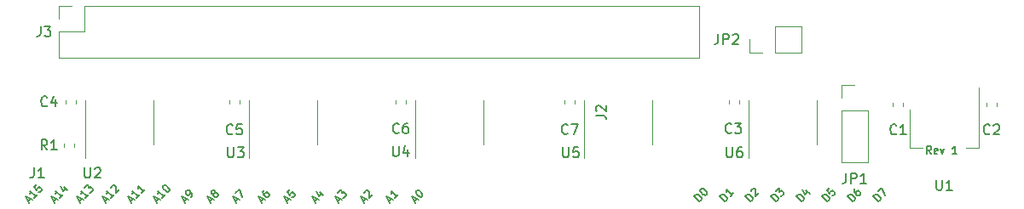
<source format=gto>
G04 #@! TF.GenerationSoftware,KiCad,Pcbnew,5.1.7*
G04 #@! TF.CreationDate,2020-10-22T00:39:11+01:00*
G04 #@! TF.ProjectId,rc2014-icecore,72633230-3134-42d6-9963-65636f72652e,1*
G04 #@! TF.SameCoordinates,Original*
G04 #@! TF.FileFunction,Legend,Top*
G04 #@! TF.FilePolarity,Positive*
%FSLAX46Y46*%
G04 Gerber Fmt 4.6, Leading zero omitted, Abs format (unit mm)*
G04 Created by KiCad (PCBNEW 5.1.7) date 2020-10-22 00:39:11*
%MOMM*%
%LPD*%
G01*
G04 APERTURE LIST*
%ADD10C,0.190500*%
%ADD11C,0.120000*%
%ADD12C,0.150000*%
%ADD13C,0.200000*%
G04 APERTURE END LIST*
D10*
X150857857Y-157062714D02*
X150603857Y-156699857D01*
X150422428Y-157062714D02*
X150422428Y-156300714D01*
X150712714Y-156300714D01*
X150785285Y-156337000D01*
X150821571Y-156373285D01*
X150857857Y-156445857D01*
X150857857Y-156554714D01*
X150821571Y-156627285D01*
X150785285Y-156663571D01*
X150712714Y-156699857D01*
X150422428Y-156699857D01*
X151474714Y-157026428D02*
X151402142Y-157062714D01*
X151257000Y-157062714D01*
X151184428Y-157026428D01*
X151148142Y-156953857D01*
X151148142Y-156663571D01*
X151184428Y-156591000D01*
X151257000Y-156554714D01*
X151402142Y-156554714D01*
X151474714Y-156591000D01*
X151511000Y-156663571D01*
X151511000Y-156736142D01*
X151148142Y-156808714D01*
X151765000Y-156554714D02*
X151946428Y-157062714D01*
X152127857Y-156554714D01*
X153397857Y-157062714D02*
X152962428Y-157062714D01*
X153180142Y-157062714D02*
X153180142Y-156300714D01*
X153107571Y-156409571D01*
X153035000Y-156482142D01*
X152962428Y-156518428D01*
X145642052Y-161804446D02*
X145103237Y-161265631D01*
X145231526Y-161137342D01*
X145334158Y-161086026D01*
X145436789Y-161086026D01*
X145513763Y-161111684D01*
X145642052Y-161188657D01*
X145719026Y-161265631D01*
X145796000Y-161393920D01*
X145821657Y-161470894D01*
X145821657Y-161573525D01*
X145770342Y-161676157D01*
X145642052Y-161804446D01*
X145590737Y-160778131D02*
X145949947Y-160418921D01*
X146257841Y-161188657D01*
X143102052Y-161804446D02*
X142563237Y-161265631D01*
X142691526Y-161137342D01*
X142794158Y-161086026D01*
X142896789Y-161086026D01*
X142973763Y-161111684D01*
X143102052Y-161188657D01*
X143179026Y-161265631D01*
X143256000Y-161393920D01*
X143281657Y-161470894D01*
X143281657Y-161573525D01*
X143230342Y-161676157D01*
X143102052Y-161804446D01*
X143332973Y-160495895D02*
X143230342Y-160598526D01*
X143204684Y-160675500D01*
X143204684Y-160726816D01*
X143230342Y-160855105D01*
X143307315Y-160983394D01*
X143512578Y-161188657D01*
X143589552Y-161214315D01*
X143640868Y-161214315D01*
X143717841Y-161188657D01*
X143820473Y-161086026D01*
X143846131Y-161009052D01*
X143846131Y-160957737D01*
X143820473Y-160880763D01*
X143692183Y-160752474D01*
X143615210Y-160726816D01*
X143563894Y-160726816D01*
X143486920Y-160752474D01*
X143384289Y-160855105D01*
X143358631Y-160932079D01*
X143358631Y-160983394D01*
X143384289Y-161060368D01*
X140562052Y-161804446D02*
X140023237Y-161265631D01*
X140151526Y-161137342D01*
X140254158Y-161086026D01*
X140356789Y-161086026D01*
X140433763Y-161111684D01*
X140562052Y-161188657D01*
X140639026Y-161265631D01*
X140716000Y-161393920D01*
X140741657Y-161470894D01*
X140741657Y-161573525D01*
X140690342Y-161676157D01*
X140562052Y-161804446D01*
X140818631Y-160470237D02*
X140562052Y-160726816D01*
X140792973Y-161009052D01*
X140792973Y-160957737D01*
X140818631Y-160880763D01*
X140946920Y-160752474D01*
X141023894Y-160726816D01*
X141075210Y-160726816D01*
X141152183Y-160752474D01*
X141280473Y-160880763D01*
X141306131Y-160957737D01*
X141306131Y-161009052D01*
X141280473Y-161086026D01*
X141152183Y-161214315D01*
X141075210Y-161239973D01*
X141023894Y-161239973D01*
X138022052Y-161804446D02*
X137483237Y-161265631D01*
X137611526Y-161137342D01*
X137714158Y-161086026D01*
X137816789Y-161086026D01*
X137893763Y-161111684D01*
X138022052Y-161188657D01*
X138099026Y-161265631D01*
X138176000Y-161393920D01*
X138201657Y-161470894D01*
X138201657Y-161573525D01*
X138150342Y-161676157D01*
X138022052Y-161804446D01*
X138432578Y-160675500D02*
X138791788Y-161034710D01*
X138099026Y-160598526D02*
X138355605Y-161111684D01*
X138689157Y-160778131D01*
X135482052Y-161804446D02*
X134943237Y-161265631D01*
X135071526Y-161137342D01*
X135174158Y-161086026D01*
X135276789Y-161086026D01*
X135353763Y-161111684D01*
X135482052Y-161188657D01*
X135559026Y-161265631D01*
X135636000Y-161393920D01*
X135661657Y-161470894D01*
X135661657Y-161573525D01*
X135610342Y-161676157D01*
X135482052Y-161804446D01*
X135430737Y-160778131D02*
X135764289Y-160444579D01*
X135789947Y-160829447D01*
X135866920Y-160752474D01*
X135943894Y-160726816D01*
X135995210Y-160726816D01*
X136072183Y-160752474D01*
X136200473Y-160880763D01*
X136226131Y-160957737D01*
X136226131Y-161009052D01*
X136200473Y-161086026D01*
X136046525Y-161239973D01*
X135969552Y-161265631D01*
X135918236Y-161265631D01*
X132942052Y-161804446D02*
X132403237Y-161265631D01*
X132531526Y-161137342D01*
X132634158Y-161086026D01*
X132736789Y-161086026D01*
X132813763Y-161111684D01*
X132942052Y-161188657D01*
X133019026Y-161265631D01*
X133095999Y-161393920D01*
X133121657Y-161470894D01*
X133121657Y-161573525D01*
X133070342Y-161676157D01*
X132942052Y-161804446D01*
X132967710Y-160803789D02*
X132967710Y-160752474D01*
X132993368Y-160675500D01*
X133121657Y-160547211D01*
X133198631Y-160521553D01*
X133249947Y-160521553D01*
X133326920Y-160547211D01*
X133378236Y-160598526D01*
X133429552Y-160701158D01*
X133429552Y-161316947D01*
X133763104Y-160983394D01*
X130402052Y-161804446D02*
X129863237Y-161265631D01*
X129991526Y-161137342D01*
X130094158Y-161086026D01*
X130196789Y-161086026D01*
X130273763Y-161111684D01*
X130402052Y-161188657D01*
X130479026Y-161265631D01*
X130555999Y-161393920D01*
X130581657Y-161470894D01*
X130581657Y-161573525D01*
X130530342Y-161676157D01*
X130402052Y-161804446D01*
X131223104Y-160983394D02*
X130915210Y-161291289D01*
X131069157Y-161137342D02*
X130530342Y-160598526D01*
X130556000Y-160726816D01*
X130556000Y-160829447D01*
X130530342Y-160906421D01*
X127862052Y-161804446D02*
X127323237Y-161265631D01*
X127451526Y-161137342D01*
X127554158Y-161086026D01*
X127656789Y-161086026D01*
X127733763Y-161111684D01*
X127862052Y-161188657D01*
X127939026Y-161265631D01*
X128015999Y-161393920D01*
X128041657Y-161470894D01*
X128041657Y-161573525D01*
X127990342Y-161676157D01*
X127862052Y-161804446D01*
X127964684Y-160624184D02*
X128016000Y-160572868D01*
X128092973Y-160547211D01*
X128144289Y-160547211D01*
X128221262Y-160572868D01*
X128349552Y-160649842D01*
X128477841Y-160778131D01*
X128554815Y-160906421D01*
X128580473Y-160983394D01*
X128580473Y-161034710D01*
X128554815Y-161111684D01*
X128503499Y-161163000D01*
X128426525Y-161188657D01*
X128375210Y-161188657D01*
X128298236Y-161163000D01*
X128169947Y-161086026D01*
X128041657Y-160957737D01*
X127964684Y-160829447D01*
X127939026Y-160752474D01*
X127939026Y-160701158D01*
X127964684Y-160624184D01*
X99526934Y-161767249D02*
X99783513Y-161510670D01*
X99629565Y-161972512D02*
X99270355Y-161254092D01*
X99988776Y-161613302D01*
X99732197Y-160792250D02*
X99783513Y-160740934D01*
X99860486Y-160715276D01*
X99911802Y-160715276D01*
X99988776Y-160740934D01*
X100117065Y-160817908D01*
X100245354Y-160946197D01*
X100322328Y-161074487D01*
X100347986Y-161151460D01*
X100347986Y-161202776D01*
X100322328Y-161279750D01*
X100271012Y-161331065D01*
X100194039Y-161356723D01*
X100142723Y-161356723D01*
X100065749Y-161331065D01*
X99937460Y-161254092D01*
X99809171Y-161125802D01*
X99732197Y-160997513D01*
X99706539Y-160920539D01*
X99706539Y-160869224D01*
X99732197Y-160792250D01*
X96986934Y-161767249D02*
X97243513Y-161510670D01*
X97089565Y-161972512D02*
X96730355Y-161254092D01*
X97448776Y-161613302D01*
X97910617Y-161151460D02*
X97602723Y-161459355D01*
X97756670Y-161305407D02*
X97217855Y-160766592D01*
X97243513Y-160894881D01*
X97243513Y-160997513D01*
X97217855Y-161074487D01*
X94446934Y-161767249D02*
X94703513Y-161510670D01*
X94549565Y-161972512D02*
X94190355Y-161254092D01*
X94908776Y-161613302D01*
X94575223Y-160971855D02*
X94575223Y-160920539D01*
X94600881Y-160843566D01*
X94729171Y-160715276D01*
X94806144Y-160689618D01*
X94857460Y-160689618D01*
X94934434Y-160715276D01*
X94985749Y-160766592D01*
X95037065Y-160869224D01*
X95037065Y-161485013D01*
X95370617Y-161151460D01*
X91906934Y-161767249D02*
X92163513Y-161510670D01*
X92009565Y-161972512D02*
X91650355Y-161254092D01*
X92368776Y-161613302D01*
X91958250Y-160946197D02*
X92291802Y-160612645D01*
X92317460Y-160997513D01*
X92394434Y-160920539D01*
X92471407Y-160894881D01*
X92522723Y-160894881D01*
X92599697Y-160920539D01*
X92727986Y-161048829D01*
X92753644Y-161125802D01*
X92753644Y-161177118D01*
X92727986Y-161254092D01*
X92574039Y-161408039D01*
X92497065Y-161433697D01*
X92445749Y-161433697D01*
X89620934Y-161767249D02*
X89877513Y-161510670D01*
X89723565Y-161972512D02*
X89364355Y-161254092D01*
X90082776Y-161613302D01*
X90134091Y-160843566D02*
X90493302Y-161202776D01*
X89800539Y-160766592D02*
X90057118Y-161279750D01*
X90390670Y-160946197D01*
X86826934Y-161767249D02*
X87083513Y-161510670D01*
X86929565Y-161972512D02*
X86570355Y-161254092D01*
X87288776Y-161613302D01*
X87186144Y-160638303D02*
X86929565Y-160894881D01*
X87160486Y-161177118D01*
X87160486Y-161125802D01*
X87186144Y-161048829D01*
X87314434Y-160920539D01*
X87391407Y-160894881D01*
X87442723Y-160894881D01*
X87519697Y-160920539D01*
X87647986Y-161048829D01*
X87673644Y-161125802D01*
X87673644Y-161177118D01*
X87647986Y-161254092D01*
X87519697Y-161382381D01*
X87442723Y-161408039D01*
X87391407Y-161408039D01*
X84286934Y-161767249D02*
X84543513Y-161510670D01*
X84389565Y-161972512D02*
X84030355Y-161254092D01*
X84748776Y-161613302D01*
X84620486Y-160663961D02*
X84517855Y-160766592D01*
X84492197Y-160843566D01*
X84492197Y-160894881D01*
X84517855Y-161023171D01*
X84594828Y-161151460D01*
X84800091Y-161356723D01*
X84877065Y-161382381D01*
X84928381Y-161382381D01*
X85005354Y-161356723D01*
X85107986Y-161254092D01*
X85133644Y-161177118D01*
X85133644Y-161125802D01*
X85107986Y-161048829D01*
X84979697Y-160920539D01*
X84902723Y-160894881D01*
X84851407Y-160894881D01*
X84774434Y-160920539D01*
X84671802Y-161023171D01*
X84646144Y-161100144D01*
X84646144Y-161151460D01*
X84671802Y-161228434D01*
X81746934Y-161767249D02*
X82003513Y-161510670D01*
X81849565Y-161972512D02*
X81490355Y-161254092D01*
X82208776Y-161613302D01*
X81798250Y-160946197D02*
X82157460Y-160586987D01*
X82465354Y-161356723D01*
X79206934Y-161767249D02*
X79463513Y-161510670D01*
X79309565Y-161972512D02*
X78950355Y-161254092D01*
X79668776Y-161613302D01*
X79617460Y-161048829D02*
X79540486Y-161074487D01*
X79489171Y-161074487D01*
X79412197Y-161048829D01*
X79386539Y-161023171D01*
X79360881Y-160946197D01*
X79360881Y-160894881D01*
X79386539Y-160817908D01*
X79489171Y-160715276D01*
X79566144Y-160689618D01*
X79617460Y-160689618D01*
X79694434Y-160715276D01*
X79720091Y-160740934D01*
X79745749Y-160817908D01*
X79745749Y-160869224D01*
X79720091Y-160946197D01*
X79617460Y-161048829D01*
X79591802Y-161125802D01*
X79591802Y-161177118D01*
X79617460Y-161254092D01*
X79720091Y-161356723D01*
X79797065Y-161382381D01*
X79848381Y-161382381D01*
X79925354Y-161356723D01*
X80027986Y-161254092D01*
X80053644Y-161177118D01*
X80053644Y-161125802D01*
X80027986Y-161048829D01*
X79925354Y-160946197D01*
X79848381Y-160920539D01*
X79797065Y-160920539D01*
X79720091Y-160946197D01*
X76666934Y-161767249D02*
X76923513Y-161510670D01*
X76769565Y-161972512D02*
X76410355Y-161254092D01*
X77128776Y-161613302D01*
X77334039Y-161408039D02*
X77436670Y-161305407D01*
X77462328Y-161228434D01*
X77462328Y-161177118D01*
X77436670Y-161048829D01*
X77359697Y-160920539D01*
X77154434Y-160715276D01*
X77077460Y-160689618D01*
X77026144Y-160689618D01*
X76949171Y-160715276D01*
X76846539Y-160817908D01*
X76820881Y-160894881D01*
X76820881Y-160946197D01*
X76846539Y-161023171D01*
X76974828Y-161151460D01*
X77051802Y-161177118D01*
X77103118Y-161177118D01*
X77180091Y-161151460D01*
X77282723Y-161048829D01*
X77308381Y-160971855D01*
X77308381Y-160920539D01*
X77282723Y-160843566D01*
X73870355Y-161767249D02*
X74126934Y-161510670D01*
X73972987Y-161972512D02*
X73613776Y-161254091D01*
X74332197Y-161613302D01*
X74794039Y-161151460D02*
X74486144Y-161459354D01*
X74640091Y-161305407D02*
X74101276Y-160766592D01*
X74126934Y-160894881D01*
X74126934Y-160997513D01*
X74101276Y-161074486D01*
X74588776Y-160279092D02*
X74640091Y-160227776D01*
X74717065Y-160202119D01*
X74768381Y-160202119D01*
X74845354Y-160227776D01*
X74973644Y-160304750D01*
X75101933Y-160433039D01*
X75178907Y-160561329D01*
X75204565Y-160638302D01*
X75204565Y-160689618D01*
X75178907Y-160766592D01*
X75127591Y-160817908D01*
X75050617Y-160843565D01*
X74999302Y-160843565D01*
X74922328Y-160817908D01*
X74794039Y-160740934D01*
X74665749Y-160612645D01*
X74588776Y-160484355D01*
X74563118Y-160407382D01*
X74563118Y-160356066D01*
X74588776Y-160279092D01*
X71330355Y-161767249D02*
X71586934Y-161510670D01*
X71432987Y-161972512D02*
X71073776Y-161254091D01*
X71792197Y-161613302D01*
X72254039Y-161151460D02*
X71946144Y-161459354D01*
X72100091Y-161305407D02*
X71561276Y-160766592D01*
X71586934Y-160894881D01*
X71586934Y-160997513D01*
X71561276Y-161074486D01*
X72767196Y-160638302D02*
X72459302Y-160946197D01*
X72613249Y-160792250D02*
X72074434Y-160253434D01*
X72100091Y-160381724D01*
X72100091Y-160484355D01*
X72074434Y-160561329D01*
X68790355Y-161767249D02*
X69046934Y-161510670D01*
X68892987Y-161972512D02*
X68533776Y-161254091D01*
X69252197Y-161613302D01*
X69714039Y-161151460D02*
X69406144Y-161459354D01*
X69560091Y-161305407D02*
X69021276Y-160766592D01*
X69046934Y-160894881D01*
X69046934Y-160997513D01*
X69021276Y-161074486D01*
X69431802Y-160458697D02*
X69431802Y-160407382D01*
X69457460Y-160330408D01*
X69585749Y-160202119D01*
X69662723Y-160176461D01*
X69714039Y-160176461D01*
X69791012Y-160202119D01*
X69842328Y-160253434D01*
X69893644Y-160356066D01*
X69893644Y-160971855D01*
X70227196Y-160638302D01*
X66250355Y-161767249D02*
X66506934Y-161510670D01*
X66352987Y-161972512D02*
X65993776Y-161254091D01*
X66712197Y-161613302D01*
X67174039Y-161151460D02*
X66866144Y-161459354D01*
X67020091Y-161305407D02*
X66481276Y-160766592D01*
X66506934Y-160894881D01*
X66506934Y-160997513D01*
X66481276Y-161074486D01*
X66814828Y-160433039D02*
X67148381Y-160099487D01*
X67174039Y-160484355D01*
X67251012Y-160407382D01*
X67327986Y-160381724D01*
X67379302Y-160381724D01*
X67456275Y-160407382D01*
X67584565Y-160535671D01*
X67610223Y-160612645D01*
X67610223Y-160663960D01*
X67584565Y-160740934D01*
X67430617Y-160894881D01*
X67353644Y-160920539D01*
X67302328Y-160920539D01*
X63710355Y-161767249D02*
X63966934Y-161510670D01*
X63812987Y-161972512D02*
X63453776Y-161254091D01*
X64172197Y-161613302D01*
X64634039Y-161151460D02*
X64326144Y-161459354D01*
X64480091Y-161305407D02*
X63941276Y-160766592D01*
X63966934Y-160894881D01*
X63966934Y-160997513D01*
X63941276Y-161074486D01*
X64736670Y-160330408D02*
X65095880Y-160689618D01*
X64403118Y-160253434D02*
X64659697Y-160766592D01*
X64993249Y-160433039D01*
X61170355Y-161767249D02*
X61426934Y-161510670D01*
X61272987Y-161972512D02*
X60913776Y-161254091D01*
X61632197Y-161613302D01*
X62094039Y-161151460D02*
X61786144Y-161459354D01*
X61940091Y-161305407D02*
X61401276Y-160766592D01*
X61426934Y-160894881D01*
X61426934Y-160997513D01*
X61401276Y-161074486D01*
X62042723Y-160125145D02*
X61786144Y-160381724D01*
X62017065Y-160663960D01*
X62017065Y-160612645D01*
X62042723Y-160535671D01*
X62171012Y-160407382D01*
X62247986Y-160381724D01*
X62299302Y-160381724D01*
X62376275Y-160407382D01*
X62504565Y-160535671D01*
X62530223Y-160612645D01*
X62530223Y-160663960D01*
X62504565Y-160740934D01*
X62376275Y-160869223D01*
X62299302Y-160894881D01*
X62247986Y-160894881D01*
D11*
X116376000Y-153924000D02*
X116376000Y-157524000D01*
X116376000Y-153924000D02*
X116376000Y-151724000D01*
X123146000Y-153924000D02*
X123146000Y-156124000D01*
X123146000Y-153924000D02*
X123146000Y-151724000D01*
X106382000Y-153924000D02*
X106382000Y-151724000D01*
X106382000Y-153924000D02*
X106382000Y-156124000D01*
X99612000Y-153924000D02*
X99612000Y-151724000D01*
X99612000Y-153924000D02*
X99612000Y-157524000D01*
X73616000Y-153924000D02*
X73616000Y-151724000D01*
X73616000Y-153924000D02*
X73616000Y-156124000D01*
X66846000Y-153924000D02*
X66846000Y-151724000D01*
X66846000Y-153924000D02*
X66846000Y-157524000D01*
X83102000Y-153924000D02*
X83102000Y-157524000D01*
X83102000Y-153924000D02*
X83102000Y-151724000D01*
X89872000Y-153924000D02*
X89872000Y-156124000D01*
X89872000Y-153924000D02*
X89872000Y-151724000D01*
X139529000Y-153924000D02*
X139529000Y-151724000D01*
X139529000Y-153924000D02*
X139529000Y-156124000D01*
X132759000Y-153924000D02*
X132759000Y-151724000D01*
X132759000Y-153924000D02*
X132759000Y-157524000D01*
X147064000Y-151983221D02*
X147064000Y-152308779D01*
X148084000Y-151983221D02*
X148084000Y-152308779D01*
X157355000Y-151983221D02*
X157355000Y-152308779D01*
X156335000Y-151983221D02*
X156335000Y-152308779D01*
X64895000Y-151729221D02*
X64895000Y-152054779D01*
X65915000Y-151729221D02*
X65915000Y-152054779D01*
X82171000Y-151729221D02*
X82171000Y-152054779D01*
X81151000Y-151729221D02*
X81151000Y-152054779D01*
X97661000Y-151729221D02*
X97661000Y-152054779D01*
X98681000Y-151729221D02*
X98681000Y-152054779D01*
X115445000Y-151729221D02*
X115445000Y-152054779D01*
X114425000Y-151729221D02*
X114425000Y-152054779D01*
X130808000Y-151729221D02*
X130808000Y-152054779D01*
X131828000Y-151729221D02*
X131828000Y-152054779D01*
X141926000Y-157921000D02*
X144586000Y-157921000D01*
X141926000Y-152781000D02*
X141926000Y-157921000D01*
X144586000Y-152781000D02*
X144586000Y-157921000D01*
X141926000Y-152781000D02*
X144586000Y-152781000D01*
X141926000Y-151511000D02*
X141926000Y-150181000D01*
X141926000Y-150181000D02*
X143256000Y-150181000D01*
X148736000Y-156444000D02*
X149996000Y-156444000D01*
X155556000Y-156444000D02*
X154296000Y-156444000D01*
X148736000Y-152684000D02*
X148736000Y-156444000D01*
X155556000Y-150434000D02*
X155556000Y-156444000D01*
X64768000Y-156372779D02*
X64768000Y-156047221D01*
X65788000Y-156372779D02*
X65788000Y-156047221D01*
X64202000Y-143637000D02*
X64202000Y-142307000D01*
X64202000Y-142307000D02*
X65532000Y-142307000D01*
X64202000Y-144907000D02*
X66802000Y-144907000D01*
X66802000Y-144907000D02*
X66802000Y-142307000D01*
X66802000Y-142307000D02*
X127822000Y-142307000D01*
X127822000Y-147507000D02*
X127822000Y-142307000D01*
X64202000Y-147507000D02*
X127822000Y-147507000D01*
X64202000Y-147507000D02*
X64202000Y-144907000D01*
X137982000Y-146999000D02*
X137982000Y-144339000D01*
X135382000Y-146999000D02*
X137982000Y-146999000D01*
X135382000Y-144339000D02*
X137982000Y-144339000D01*
X135382000Y-146999000D02*
X135382000Y-144339000D01*
X134112000Y-146999000D02*
X132782000Y-146999000D01*
X132782000Y-146999000D02*
X132782000Y-145669000D01*
D12*
X114300095Y-156424380D02*
X114300095Y-157233904D01*
X114347714Y-157329142D01*
X114395333Y-157376761D01*
X114490571Y-157424380D01*
X114681047Y-157424380D01*
X114776285Y-157376761D01*
X114823904Y-157329142D01*
X114871523Y-157233904D01*
X114871523Y-156424380D01*
X115823904Y-156424380D02*
X115347714Y-156424380D01*
X115300095Y-156900571D01*
X115347714Y-156852952D01*
X115442952Y-156805333D01*
X115681047Y-156805333D01*
X115776285Y-156852952D01*
X115823904Y-156900571D01*
X115871523Y-156995809D01*
X115871523Y-157233904D01*
X115823904Y-157329142D01*
X115776285Y-157376761D01*
X115681047Y-157424380D01*
X115442952Y-157424380D01*
X115347714Y-157376761D01*
X115300095Y-157329142D01*
X97409095Y-156297380D02*
X97409095Y-157106904D01*
X97456714Y-157202142D01*
X97504333Y-157249761D01*
X97599571Y-157297380D01*
X97790047Y-157297380D01*
X97885285Y-157249761D01*
X97932904Y-157202142D01*
X97980523Y-157106904D01*
X97980523Y-156297380D01*
X98885285Y-156630714D02*
X98885285Y-157297380D01*
X98647190Y-156249761D02*
X98409095Y-156964047D01*
X99028142Y-156964047D01*
X66802095Y-158456380D02*
X66802095Y-159265904D01*
X66849714Y-159361142D01*
X66897333Y-159408761D01*
X66992571Y-159456380D01*
X67183047Y-159456380D01*
X67278285Y-159408761D01*
X67325904Y-159361142D01*
X67373523Y-159265904D01*
X67373523Y-158456380D01*
X67802095Y-158551619D02*
X67849714Y-158504000D01*
X67944952Y-158456380D01*
X68183047Y-158456380D01*
X68278285Y-158504000D01*
X68325904Y-158551619D01*
X68373523Y-158646857D01*
X68373523Y-158742095D01*
X68325904Y-158884952D01*
X67754476Y-159456380D01*
X68373523Y-159456380D01*
X81026095Y-156424380D02*
X81026095Y-157233904D01*
X81073714Y-157329142D01*
X81121333Y-157376761D01*
X81216571Y-157424380D01*
X81407047Y-157424380D01*
X81502285Y-157376761D01*
X81549904Y-157329142D01*
X81597523Y-157233904D01*
X81597523Y-156424380D01*
X81978476Y-156424380D02*
X82597523Y-156424380D01*
X82264190Y-156805333D01*
X82407047Y-156805333D01*
X82502285Y-156852952D01*
X82549904Y-156900571D01*
X82597523Y-156995809D01*
X82597523Y-157233904D01*
X82549904Y-157329142D01*
X82502285Y-157376761D01*
X82407047Y-157424380D01*
X82121333Y-157424380D01*
X82026095Y-157376761D01*
X81978476Y-157329142D01*
X130556095Y-156424380D02*
X130556095Y-157233904D01*
X130603714Y-157329142D01*
X130651333Y-157376761D01*
X130746571Y-157424380D01*
X130937047Y-157424380D01*
X131032285Y-157376761D01*
X131079904Y-157329142D01*
X131127523Y-157233904D01*
X131127523Y-156424380D01*
X132032285Y-156424380D02*
X131841809Y-156424380D01*
X131746571Y-156472000D01*
X131698952Y-156519619D01*
X131603714Y-156662476D01*
X131556095Y-156852952D01*
X131556095Y-157233904D01*
X131603714Y-157329142D01*
X131651333Y-157376761D01*
X131746571Y-157424380D01*
X131937047Y-157424380D01*
X132032285Y-157376761D01*
X132079904Y-157329142D01*
X132127523Y-157233904D01*
X132127523Y-156995809D01*
X132079904Y-156900571D01*
X132032285Y-156852952D01*
X131937047Y-156805333D01*
X131746571Y-156805333D01*
X131651333Y-156852952D01*
X131603714Y-156900571D01*
X131556095Y-156995809D01*
X147407333Y-155043142D02*
X147359714Y-155090761D01*
X147216857Y-155138380D01*
X147121619Y-155138380D01*
X146978761Y-155090761D01*
X146883523Y-154995523D01*
X146835904Y-154900285D01*
X146788285Y-154709809D01*
X146788285Y-154566952D01*
X146835904Y-154376476D01*
X146883523Y-154281238D01*
X146978761Y-154186000D01*
X147121619Y-154138380D01*
X147216857Y-154138380D01*
X147359714Y-154186000D01*
X147407333Y-154233619D01*
X148359714Y-155138380D02*
X147788285Y-155138380D01*
X148074000Y-155138380D02*
X148074000Y-154138380D01*
X147978761Y-154281238D01*
X147883523Y-154376476D01*
X147788285Y-154424095D01*
X156678333Y-155043142D02*
X156630714Y-155090761D01*
X156487857Y-155138380D01*
X156392619Y-155138380D01*
X156249761Y-155090761D01*
X156154523Y-154995523D01*
X156106904Y-154900285D01*
X156059285Y-154709809D01*
X156059285Y-154566952D01*
X156106904Y-154376476D01*
X156154523Y-154281238D01*
X156249761Y-154186000D01*
X156392619Y-154138380D01*
X156487857Y-154138380D01*
X156630714Y-154186000D01*
X156678333Y-154233619D01*
X157059285Y-154233619D02*
X157106904Y-154186000D01*
X157202142Y-154138380D01*
X157440238Y-154138380D01*
X157535476Y-154186000D01*
X157583095Y-154233619D01*
X157630714Y-154328857D01*
X157630714Y-154424095D01*
X157583095Y-154566952D01*
X157011666Y-155138380D01*
X157630714Y-155138380D01*
X63079333Y-152249142D02*
X63031714Y-152296761D01*
X62888857Y-152344380D01*
X62793619Y-152344380D01*
X62650761Y-152296761D01*
X62555523Y-152201523D01*
X62507904Y-152106285D01*
X62460285Y-151915809D01*
X62460285Y-151772952D01*
X62507904Y-151582476D01*
X62555523Y-151487238D01*
X62650761Y-151392000D01*
X62793619Y-151344380D01*
X62888857Y-151344380D01*
X63031714Y-151392000D01*
X63079333Y-151439619D01*
X63936476Y-151677714D02*
X63936476Y-152344380D01*
X63698380Y-151296761D02*
X63460285Y-152011047D01*
X64079333Y-152011047D01*
X81494333Y-155043142D02*
X81446714Y-155090761D01*
X81303857Y-155138380D01*
X81208619Y-155138380D01*
X81065761Y-155090761D01*
X80970523Y-154995523D01*
X80922904Y-154900285D01*
X80875285Y-154709809D01*
X80875285Y-154566952D01*
X80922904Y-154376476D01*
X80970523Y-154281238D01*
X81065761Y-154186000D01*
X81208619Y-154138380D01*
X81303857Y-154138380D01*
X81446714Y-154186000D01*
X81494333Y-154233619D01*
X82399095Y-154138380D02*
X81922904Y-154138380D01*
X81875285Y-154614571D01*
X81922904Y-154566952D01*
X82018142Y-154519333D01*
X82256238Y-154519333D01*
X82351476Y-154566952D01*
X82399095Y-154614571D01*
X82446714Y-154709809D01*
X82446714Y-154947904D01*
X82399095Y-155043142D01*
X82351476Y-155090761D01*
X82256238Y-155138380D01*
X82018142Y-155138380D01*
X81922904Y-155090761D01*
X81875285Y-155043142D01*
X98004333Y-154916142D02*
X97956714Y-154963761D01*
X97813857Y-155011380D01*
X97718619Y-155011380D01*
X97575761Y-154963761D01*
X97480523Y-154868523D01*
X97432904Y-154773285D01*
X97385285Y-154582809D01*
X97385285Y-154439952D01*
X97432904Y-154249476D01*
X97480523Y-154154238D01*
X97575761Y-154059000D01*
X97718619Y-154011380D01*
X97813857Y-154011380D01*
X97956714Y-154059000D01*
X98004333Y-154106619D01*
X98861476Y-154011380D02*
X98671000Y-154011380D01*
X98575761Y-154059000D01*
X98528142Y-154106619D01*
X98432904Y-154249476D01*
X98385285Y-154439952D01*
X98385285Y-154820904D01*
X98432904Y-154916142D01*
X98480523Y-154963761D01*
X98575761Y-155011380D01*
X98766238Y-155011380D01*
X98861476Y-154963761D01*
X98909095Y-154916142D01*
X98956714Y-154820904D01*
X98956714Y-154582809D01*
X98909095Y-154487571D01*
X98861476Y-154439952D01*
X98766238Y-154392333D01*
X98575761Y-154392333D01*
X98480523Y-154439952D01*
X98432904Y-154487571D01*
X98385285Y-154582809D01*
X114768333Y-155017642D02*
X114720714Y-155065261D01*
X114577857Y-155112880D01*
X114482619Y-155112880D01*
X114339761Y-155065261D01*
X114244523Y-154970023D01*
X114196904Y-154874785D01*
X114149285Y-154684309D01*
X114149285Y-154541452D01*
X114196904Y-154350976D01*
X114244523Y-154255738D01*
X114339761Y-154160500D01*
X114482619Y-154112880D01*
X114577857Y-154112880D01*
X114720714Y-154160500D01*
X114768333Y-154208119D01*
X115101666Y-154112880D02*
X115768333Y-154112880D01*
X115339761Y-155112880D01*
X131024333Y-154916142D02*
X130976714Y-154963761D01*
X130833857Y-155011380D01*
X130738619Y-155011380D01*
X130595761Y-154963761D01*
X130500523Y-154868523D01*
X130452904Y-154773285D01*
X130405285Y-154582809D01*
X130405285Y-154439952D01*
X130452904Y-154249476D01*
X130500523Y-154154238D01*
X130595761Y-154059000D01*
X130738619Y-154011380D01*
X130833857Y-154011380D01*
X130976714Y-154059000D01*
X131024333Y-154106619D01*
X131357666Y-154011380D02*
X131976714Y-154011380D01*
X131643380Y-154392333D01*
X131786238Y-154392333D01*
X131881476Y-154439952D01*
X131929095Y-154487571D01*
X131976714Y-154582809D01*
X131976714Y-154820904D01*
X131929095Y-154916142D01*
X131881476Y-154963761D01*
X131786238Y-155011380D01*
X131500523Y-155011380D01*
X131405285Y-154963761D01*
X131357666Y-154916142D01*
X142422666Y-158989780D02*
X142422666Y-159704066D01*
X142375047Y-159846923D01*
X142279809Y-159942161D01*
X142136952Y-159989780D01*
X142041714Y-159989780D01*
X142898857Y-159989780D02*
X142898857Y-158989780D01*
X143279809Y-158989780D01*
X143375047Y-159037400D01*
X143422666Y-159085019D01*
X143470285Y-159180257D01*
X143470285Y-159323114D01*
X143422666Y-159418352D01*
X143375047Y-159465971D01*
X143279809Y-159513590D01*
X142898857Y-159513590D01*
X144422666Y-159989780D02*
X143851238Y-159989780D01*
X144136952Y-159989780D02*
X144136952Y-158989780D01*
X144041714Y-159132638D01*
X143946476Y-159227876D01*
X143851238Y-159275495D01*
D13*
X151384095Y-159676380D02*
X151384095Y-160485904D01*
X151431714Y-160581142D01*
X151479333Y-160628761D01*
X151574571Y-160676380D01*
X151765047Y-160676380D01*
X151860285Y-160628761D01*
X151907904Y-160581142D01*
X151955523Y-160485904D01*
X151955523Y-159676380D01*
X152955523Y-160676380D02*
X152384095Y-160676380D01*
X152669809Y-160676380D02*
X152669809Y-159676380D01*
X152574571Y-159819238D01*
X152479333Y-159914476D01*
X152384095Y-159962095D01*
D12*
X117562380Y-153241333D02*
X118276666Y-153241333D01*
X118419523Y-153288952D01*
X118514761Y-153384190D01*
X118562380Y-153527047D01*
X118562380Y-153622285D01*
X117657619Y-152812761D02*
X117610000Y-152765142D01*
X117562380Y-152669904D01*
X117562380Y-152431809D01*
X117610000Y-152336571D01*
X117657619Y-152288952D01*
X117752857Y-152241333D01*
X117848095Y-152241333D01*
X117990952Y-152288952D01*
X118562380Y-152860380D01*
X118562380Y-152241333D01*
X61769666Y-158456380D02*
X61769666Y-159170666D01*
X61722047Y-159313523D01*
X61626809Y-159408761D01*
X61483952Y-159456380D01*
X61388714Y-159456380D01*
X62769666Y-159456380D02*
X62198238Y-159456380D01*
X62483952Y-159456380D02*
X62483952Y-158456380D01*
X62388714Y-158599238D01*
X62293476Y-158694476D01*
X62198238Y-158742095D01*
X63079333Y-156662380D02*
X62746000Y-156186190D01*
X62507904Y-156662380D02*
X62507904Y-155662380D01*
X62888857Y-155662380D01*
X62984095Y-155710000D01*
X63031714Y-155757619D01*
X63079333Y-155852857D01*
X63079333Y-155995714D01*
X63031714Y-156090952D01*
X62984095Y-156138571D01*
X62888857Y-156186190D01*
X62507904Y-156186190D01*
X64031714Y-156662380D02*
X63460285Y-156662380D01*
X63746000Y-156662380D02*
X63746000Y-155662380D01*
X63650761Y-155805238D01*
X63555523Y-155900476D01*
X63460285Y-155948095D01*
X62428666Y-144359380D02*
X62428666Y-145073666D01*
X62381047Y-145216523D01*
X62285809Y-145311761D01*
X62142952Y-145359380D01*
X62047714Y-145359380D01*
X62809619Y-144359380D02*
X63428666Y-144359380D01*
X63095333Y-144740333D01*
X63238190Y-144740333D01*
X63333428Y-144787952D01*
X63381047Y-144835571D01*
X63428666Y-144930809D01*
X63428666Y-145168904D01*
X63381047Y-145264142D01*
X63333428Y-145311761D01*
X63238190Y-145359380D01*
X62952476Y-145359380D01*
X62857238Y-145311761D01*
X62809619Y-145264142D01*
X129722666Y-145121380D02*
X129722666Y-145835666D01*
X129675047Y-145978523D01*
X129579809Y-146073761D01*
X129436952Y-146121380D01*
X129341714Y-146121380D01*
X130198857Y-146121380D02*
X130198857Y-145121380D01*
X130579809Y-145121380D01*
X130675047Y-145169000D01*
X130722666Y-145216619D01*
X130770285Y-145311857D01*
X130770285Y-145454714D01*
X130722666Y-145549952D01*
X130675047Y-145597571D01*
X130579809Y-145645190D01*
X130198857Y-145645190D01*
X131151238Y-145216619D02*
X131198857Y-145169000D01*
X131294095Y-145121380D01*
X131532190Y-145121380D01*
X131627428Y-145169000D01*
X131675047Y-145216619D01*
X131722666Y-145311857D01*
X131722666Y-145407095D01*
X131675047Y-145549952D01*
X131103619Y-146121380D01*
X131722666Y-146121380D01*
M02*

</source>
